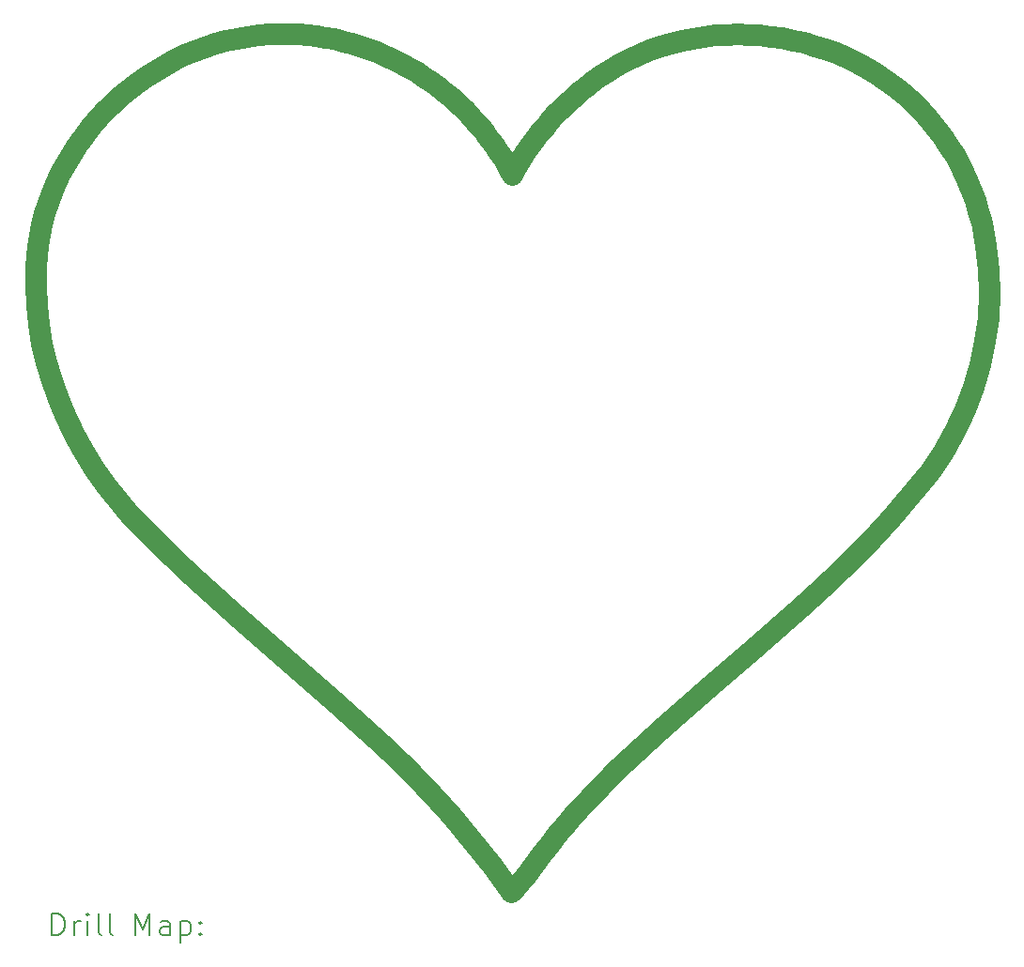
<source format=gbr>
%TF.GenerationSoftware,KiCad,Pcbnew,(7.0.0)*%
%TF.CreationDate,2023-05-16T07:50:38+02:00*%
%TF.ProjectId,MamaGeburtstag2023,4d616d61-4765-4627-9572-747374616732,rev?*%
%TF.SameCoordinates,Original*%
%TF.FileFunction,Drillmap*%
%TF.FilePolarity,Positive*%
%FSLAX45Y45*%
G04 Gerber Fmt 4.5, Leading zero omitted, Abs format (unit mm)*
G04 Created by KiCad (PCBNEW (7.0.0)) date 2023-05-16 07:50:38*
%MOMM*%
%LPD*%
G01*
G04 APERTURE LIST*
%ADD10C,1.984374*%
%ADD11C,0.200000*%
G04 APERTURE END LIST*
D10*
X16535000Y-14372830D02*
X16959380Y-14007783D01*
X18965174Y-10078250D02*
X18933068Y-9976289D01*
X18753140Y-12062116D02*
X18844328Y-11868031D01*
X17864472Y-8738726D02*
X17773281Y-8694872D01*
X11090966Y-9177053D02*
X11024051Y-9249109D01*
X18896313Y-9875872D02*
X18854864Y-9777183D01*
X15317067Y-15524576D02*
X15508220Y-15320731D01*
X11635662Y-8759211D02*
X11550634Y-8808843D01*
X11994799Y-8598326D02*
X11902435Y-8632676D01*
X12838699Y-8483606D02*
X12757276Y-8479803D01*
X13897479Y-8824139D02*
X13828828Y-8783498D01*
X16993568Y-8492331D02*
X16892682Y-8485999D01*
X10739248Y-9648466D02*
X10693201Y-9735367D01*
X15553476Y-8864460D02*
X15492823Y-8908381D01*
X14581891Y-15981376D02*
X14752416Y-16220261D01*
X14016467Y-15315158D02*
X14212888Y-15529788D01*
X14546410Y-9410252D02*
X14496644Y-9347321D01*
X12575501Y-8482279D02*
X12476245Y-8490339D01*
X13615147Y-8675669D02*
X13541560Y-8644586D01*
X12294758Y-13738805D02*
X13175311Y-14508572D01*
X14955864Y-15975538D02*
X15026431Y-15883948D01*
X18125116Y-8894284D02*
X18040579Y-8838462D01*
X14752416Y-16220261D02*
X14785317Y-16184164D01*
X18854864Y-9777183D02*
X18808675Y-9680409D01*
X19015627Y-10286060D02*
X18992679Y-10181569D01*
X13391229Y-8589998D02*
X13314614Y-8566591D01*
X14335373Y-9169428D02*
X14277838Y-9113925D01*
X13079748Y-8512495D02*
X13000000Y-8500000D01*
X15055484Y-9316669D02*
X15007861Y-9374447D01*
X16959380Y-14007783D02*
X17379053Y-13638476D01*
X11097026Y-12542260D02*
X11205080Y-12681872D01*
X19024706Y-11248645D02*
X19052546Y-11034751D01*
X18920229Y-11666769D02*
X18980478Y-11459812D01*
X14886538Y-16063546D02*
X14955864Y-15975538D01*
X14030532Y-8912177D02*
X13964736Y-8867048D01*
X14391061Y-9226861D02*
X14335373Y-9169428D01*
X15104837Y-9260331D02*
X15055484Y-9316669D01*
X15007861Y-9374447D02*
X14962038Y-9433641D01*
X17379053Y-13638476D02*
X17584516Y-13449656D01*
X11319754Y-12815965D02*
X11440619Y-12944163D01*
X13604927Y-14903407D02*
X13813470Y-15106686D01*
X16590024Y-8493036D02*
X16489772Y-8504159D01*
X12280289Y-8520332D02*
X12183862Y-8542042D01*
X10996019Y-12397503D02*
X11097026Y-12542260D01*
X13687598Y-8709215D02*
X13615147Y-8675669D01*
X15155849Y-9205458D02*
X15104837Y-9260331D01*
X14212888Y-15529788D02*
X14401705Y-15751539D01*
X11024051Y-9249109D02*
X10960271Y-9323920D01*
X10467679Y-10749489D02*
X10474680Y-10925064D01*
X13175311Y-14508572D02*
X13604927Y-14903407D01*
X18352876Y-12642642D02*
X18526377Y-12422818D01*
X18040579Y-8838462D02*
X17953635Y-8786599D01*
X11233656Y-9041652D02*
X11160881Y-9107863D01*
X13813470Y-15106686D02*
X14016467Y-15315158D01*
X10522233Y-11271656D02*
X10561929Y-11441924D01*
X14444840Y-9286174D02*
X14391061Y-9226861D01*
X17680253Y-8655067D02*
X17585577Y-8619342D01*
X15508220Y-15320731D02*
X15705498Y-15123010D01*
X10504832Y-10296548D02*
X10489367Y-10395661D01*
X10842666Y-9481357D02*
X10789115Y-9563759D01*
X16001820Y-8626954D02*
X15908222Y-8665159D01*
X15170480Y-15698585D02*
X15243557Y-15609091D01*
X18505024Y-9231739D02*
X18435380Y-9156569D01*
X15026431Y-15883948D02*
X15098037Y-15790917D01*
X14818654Y-16145834D02*
X14886538Y-16063546D01*
X18757701Y-9585734D02*
X18701894Y-9493344D01*
X16489772Y-8504159D02*
X16390153Y-8519721D01*
X12919629Y-8490354D02*
X12838699Y-8483606D01*
X14785317Y-16184164D02*
X14818654Y-16145834D01*
X18362377Y-9085208D02*
X18286205Y-9017687D01*
X17773281Y-8694872D02*
X17680253Y-8655067D01*
X10739559Y-11936113D02*
X10816858Y-12094054D01*
X10816858Y-12094054D02*
X10902487Y-12247976D01*
X18526377Y-12422818D02*
X18647034Y-12247539D01*
X15098037Y-15790917D02*
X15170480Y-15698585D01*
X16690720Y-8486321D02*
X16590024Y-8493036D01*
X14682831Y-9609267D02*
X14639567Y-9541273D01*
X16390153Y-8519721D02*
X16291359Y-8539751D01*
X18992679Y-10181569D02*
X18965174Y-10078250D01*
X18575602Y-9316161D02*
X18505024Y-9231739D01*
X12757276Y-8479803D02*
X12675423Y-8478995D01*
X14277838Y-9113925D02*
X14218523Y-9060400D01*
X18808675Y-9680409D02*
X18757701Y-9585734D01*
X10613118Y-9915299D02*
X10579356Y-10008107D01*
X13541560Y-8644586D02*
X13466899Y-8616013D01*
X15280270Y-15566078D02*
X15317067Y-15524576D01*
X17981481Y-13058551D02*
X18170896Y-12854210D01*
X15208451Y-9152075D02*
X15155849Y-9205458D01*
X10651112Y-9824348D02*
X10613118Y-9915299D01*
X10671020Y-11774527D02*
X10739559Y-11936113D01*
X14798165Y-9684078D02*
X14762404Y-9749978D01*
X19057593Y-10604714D02*
X19034065Y-10391538D01*
X14496644Y-9347321D02*
X14444840Y-9286174D01*
X11550634Y-8808843D02*
X11467783Y-8862016D01*
X14723798Y-9678851D02*
X14682831Y-9609267D01*
X12476245Y-8490339D02*
X12377795Y-8503061D01*
X11860274Y-13348449D02*
X12294758Y-13738805D01*
X18207055Y-8954036D02*
X18125116Y-8894284D01*
X12088653Y-8568077D02*
X11994799Y-8598326D01*
X10472432Y-10572897D02*
X10467679Y-10749489D01*
X13237120Y-8545839D02*
X13158810Y-8527791D01*
X14218523Y-9060400D02*
X14157490Y-9008902D01*
X16193578Y-8564280D02*
X16097002Y-8593338D01*
X14762404Y-9749978D02*
X14723798Y-9678851D01*
X10561929Y-11441924D02*
X10611667Y-11609673D01*
X11205080Y-12681872D02*
X11319754Y-12815965D01*
X18647034Y-12247539D02*
X18753140Y-12062116D01*
X13158810Y-8527791D02*
X13079748Y-8512495D01*
X14918087Y-9494226D02*
X14876077Y-9556177D01*
X17293565Y-8536940D02*
X17194199Y-8517831D01*
X15375084Y-9001116D02*
X15318139Y-9049879D01*
X14876077Y-9556177D02*
X14836080Y-9619469D01*
X10549963Y-10102659D02*
X10525076Y-10198843D01*
X18435380Y-9156569D02*
X18362377Y-9085208D01*
X11811700Y-8671015D02*
X11722730Y-8713231D01*
X13466899Y-8616013D02*
X13391229Y-8589998D01*
X16114258Y-14741834D02*
X16535000Y-14372830D01*
X10693201Y-9735367D02*
X10651112Y-9824348D01*
X14639567Y-9541273D02*
X14594072Y-9474919D01*
X18933068Y-9976289D02*
X18896313Y-9875872D01*
X11902435Y-8632676D02*
X11811700Y-8671015D01*
X11309156Y-8978533D02*
X11233656Y-9041652D01*
X15318139Y-9049879D02*
X15262571Y-9100207D01*
X15726540Y-8755453D02*
X15638836Y-8807603D01*
X14094806Y-8959478D02*
X14030532Y-8912177D01*
X15433335Y-8953942D02*
X15375084Y-9001116D01*
X18980478Y-11459812D02*
X19024706Y-11248645D01*
X18844328Y-11868031D02*
X18920229Y-11666769D01*
X16791669Y-8483985D02*
X16690720Y-8486321D01*
X13758846Y-8745174D02*
X13687598Y-8709215D01*
X12183862Y-8542042D02*
X12088653Y-8568077D01*
X10579356Y-10008107D02*
X10549963Y-10102659D01*
X18641210Y-9403425D02*
X18575602Y-9316161D01*
X17953635Y-8786599D02*
X17864472Y-8738726D01*
X18286205Y-9017687D02*
X18207055Y-8954036D01*
X15262571Y-9100207D02*
X15208451Y-9152075D01*
X10902487Y-12247976D02*
X10996019Y-12397503D01*
X15908222Y-8665159D02*
X15816399Y-8707982D01*
X17094137Y-8502951D02*
X16993568Y-8492331D01*
X10960271Y-9323920D02*
X10899763Y-9401374D01*
X16892682Y-8485999D02*
X16791669Y-8483985D01*
X13828828Y-8783498D02*
X13758846Y-8745174D01*
X10525076Y-10198843D02*
X10504832Y-10296548D01*
X11648078Y-13148529D02*
X11860274Y-13348449D01*
X11722730Y-8713231D02*
X11635662Y-8759211D01*
X11440619Y-12944163D02*
X11648078Y-13148529D01*
X18170896Y-12854210D02*
X18352876Y-12642642D01*
X14962038Y-9433641D02*
X14918087Y-9494226D01*
X10611667Y-11609673D02*
X10671020Y-11774527D01*
X12675425Y-8478995D02*
X12575501Y-8482279D01*
X15705498Y-15123010D02*
X15907859Y-14930387D01*
X15816399Y-8707982D02*
X15726540Y-8755453D01*
X11467783Y-8862016D02*
X11387244Y-8918616D01*
X13314614Y-8566591D02*
X13237120Y-8545839D01*
X10789115Y-9563759D02*
X10739248Y-9648466D01*
X14157490Y-9008902D02*
X14094806Y-8959478D01*
X14401705Y-15751539D02*
X14581891Y-15981376D01*
X17392043Y-8560248D02*
X17293565Y-8536940D01*
X17785673Y-13256690D02*
X17981481Y-13058551D01*
X15492823Y-8908381D02*
X15433335Y-8953942D01*
X11387244Y-8918616D02*
X11309156Y-8978533D01*
X15907859Y-14930387D02*
X16114258Y-14741834D01*
X10489367Y-10395661D02*
X10472432Y-10572897D01*
X15243557Y-15609091D02*
X15280270Y-15566078D01*
X13000000Y-8500000D02*
X12919629Y-8490354D01*
X14594072Y-9474919D02*
X14546410Y-9410252D01*
X19034065Y-10391538D02*
X19015627Y-10286060D01*
X10493008Y-11099244D02*
X10522233Y-11271656D01*
X17584516Y-13449656D02*
X17785673Y-13256690D01*
X19063631Y-10819612D02*
X19057593Y-10604714D01*
X11160881Y-9107863D02*
X11090966Y-9177053D01*
X16097002Y-8593338D02*
X16001820Y-8626954D01*
X12377795Y-8503061D02*
X12280289Y-8520332D01*
X14836080Y-9619469D02*
X14798165Y-9684078D01*
X18701894Y-9493344D02*
X18641210Y-9403425D01*
X19052546Y-11034751D02*
X19063631Y-10819612D01*
X17585577Y-8619342D02*
X17489444Y-8587725D01*
X10474680Y-10925064D02*
X10493008Y-11099244D01*
X13964736Y-8867048D02*
X13897479Y-8824139D01*
X16291359Y-8539751D02*
X16193578Y-8564280D01*
X17489444Y-8587725D02*
X17392043Y-8560248D01*
X17194199Y-8517831D02*
X17094137Y-8502951D01*
X15638836Y-8807603D02*
X15553476Y-8864460D01*
X10899763Y-9401374D02*
X10842666Y-9481357D01*
D11*
X10616080Y-16612956D02*
X10616080Y-16412956D01*
X10616080Y-16412956D02*
X10663699Y-16412956D01*
X10663699Y-16412956D02*
X10692270Y-16422480D01*
X10692270Y-16422480D02*
X10711318Y-16441527D01*
X10711318Y-16441527D02*
X10720841Y-16460575D01*
X10720841Y-16460575D02*
X10730365Y-16498670D01*
X10730365Y-16498670D02*
X10730365Y-16527242D01*
X10730365Y-16527242D02*
X10720841Y-16565337D01*
X10720841Y-16565337D02*
X10711318Y-16584384D01*
X10711318Y-16584384D02*
X10692270Y-16603432D01*
X10692270Y-16603432D02*
X10663699Y-16612956D01*
X10663699Y-16612956D02*
X10616080Y-16612956D01*
X10816080Y-16612956D02*
X10816080Y-16479623D01*
X10816080Y-16517718D02*
X10825603Y-16498670D01*
X10825603Y-16498670D02*
X10835127Y-16489146D01*
X10835127Y-16489146D02*
X10854175Y-16479623D01*
X10854175Y-16479623D02*
X10873222Y-16479623D01*
X10939889Y-16612956D02*
X10939889Y-16479623D01*
X10939889Y-16412956D02*
X10930365Y-16422480D01*
X10930365Y-16422480D02*
X10939889Y-16432004D01*
X10939889Y-16432004D02*
X10949413Y-16422480D01*
X10949413Y-16422480D02*
X10939889Y-16412956D01*
X10939889Y-16412956D02*
X10939889Y-16432004D01*
X11063699Y-16612956D02*
X11044651Y-16603432D01*
X11044651Y-16603432D02*
X11035127Y-16584384D01*
X11035127Y-16584384D02*
X11035127Y-16412956D01*
X11168460Y-16612956D02*
X11149413Y-16603432D01*
X11149413Y-16603432D02*
X11139889Y-16584384D01*
X11139889Y-16584384D02*
X11139889Y-16412956D01*
X11364651Y-16612956D02*
X11364651Y-16412956D01*
X11364651Y-16412956D02*
X11431318Y-16555813D01*
X11431318Y-16555813D02*
X11497984Y-16412956D01*
X11497984Y-16412956D02*
X11497984Y-16612956D01*
X11678937Y-16612956D02*
X11678937Y-16508194D01*
X11678937Y-16508194D02*
X11669413Y-16489146D01*
X11669413Y-16489146D02*
X11650365Y-16479623D01*
X11650365Y-16479623D02*
X11612270Y-16479623D01*
X11612270Y-16479623D02*
X11593222Y-16489146D01*
X11678937Y-16603432D02*
X11659889Y-16612956D01*
X11659889Y-16612956D02*
X11612270Y-16612956D01*
X11612270Y-16612956D02*
X11593222Y-16603432D01*
X11593222Y-16603432D02*
X11583698Y-16584384D01*
X11583698Y-16584384D02*
X11583698Y-16565337D01*
X11583698Y-16565337D02*
X11593222Y-16546289D01*
X11593222Y-16546289D02*
X11612270Y-16536765D01*
X11612270Y-16536765D02*
X11659889Y-16536765D01*
X11659889Y-16536765D02*
X11678937Y-16527242D01*
X11774175Y-16479623D02*
X11774175Y-16679623D01*
X11774175Y-16489146D02*
X11793222Y-16479623D01*
X11793222Y-16479623D02*
X11831318Y-16479623D01*
X11831318Y-16479623D02*
X11850365Y-16489146D01*
X11850365Y-16489146D02*
X11859889Y-16498670D01*
X11859889Y-16498670D02*
X11869413Y-16517718D01*
X11869413Y-16517718D02*
X11869413Y-16574861D01*
X11869413Y-16574861D02*
X11859889Y-16593908D01*
X11859889Y-16593908D02*
X11850365Y-16603432D01*
X11850365Y-16603432D02*
X11831318Y-16612956D01*
X11831318Y-16612956D02*
X11793222Y-16612956D01*
X11793222Y-16612956D02*
X11774175Y-16603432D01*
X11955127Y-16593908D02*
X11964651Y-16603432D01*
X11964651Y-16603432D02*
X11955127Y-16612956D01*
X11955127Y-16612956D02*
X11945603Y-16603432D01*
X11945603Y-16603432D02*
X11955127Y-16593908D01*
X11955127Y-16593908D02*
X11955127Y-16612956D01*
X11955127Y-16489146D02*
X11964651Y-16498670D01*
X11964651Y-16498670D02*
X11955127Y-16508194D01*
X11955127Y-16508194D02*
X11945603Y-16498670D01*
X11945603Y-16498670D02*
X11955127Y-16489146D01*
X11955127Y-16489146D02*
X11955127Y-16508194D01*
M02*

</source>
